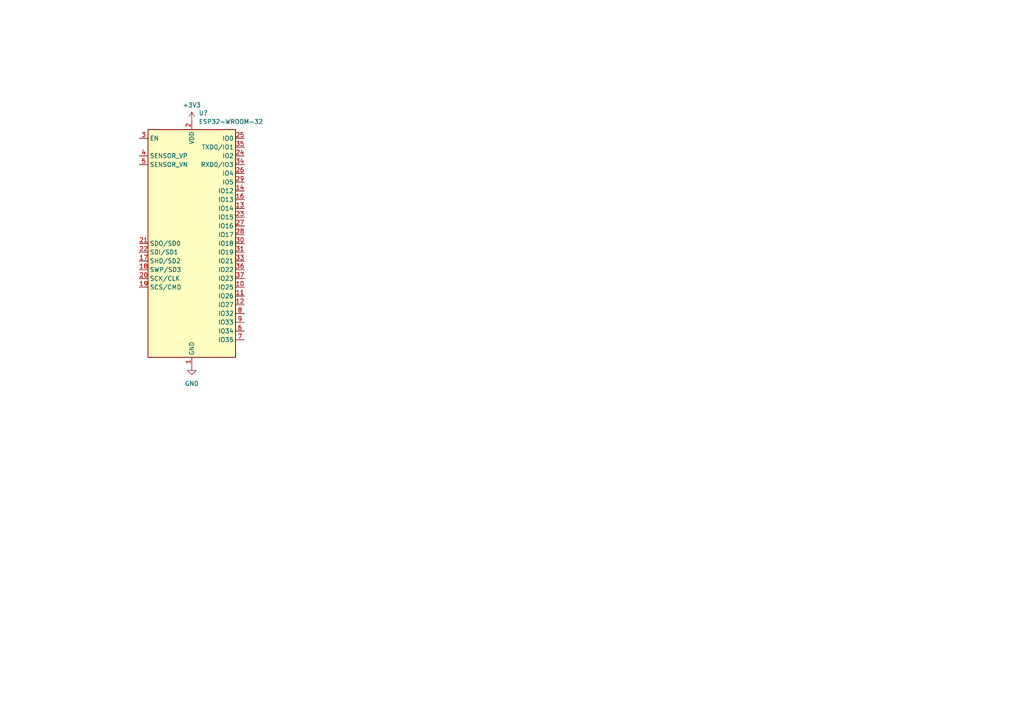
<source format=kicad_sch>
(kicad_sch (version 20211123) (generator eeschema)
  (paper "A4")
  (lib_symbols
    (symbol "RF_Module:ESP32-WROOM-32"
      (property "Reference" "U" (at -12.7 34.29 0))
      (property "Value" "ESP32-WROOM-32" (at 1.27 34.29 0))
      (symbol "ESP32-WROOM-32_0_1"
        (rectangle (start -12.7 33.02) (end 12.7 -33.02) (stroke (width 0.254)) (fill (type background)))
      )
      (symbol "ESP32-WROOM-32_1_1"
        (pin power_in line (at 0 -35.56 90) (length 2.54) (name "GND") (number "1"))
        (pin bidirectional line (at 15.24 -12.7 180) (length 2.54) (name "IO25") (number "10"))
        (pin bidirectional line (at 15.24 -15.24 180) (length 2.54) (name "IO26") (number "11"))
        (pin bidirectional line (at 15.24 -17.78 180) (length 2.54) (name "IO27") (number "12"))
        (pin bidirectional line (at 15.24 10.16 180) (length 2.54) (name "IO14") (number "13"))
        (pin bidirectional line (at 15.24 15.24 180) (length 2.54) (name "IO12") (number "14"))
        (pin passive line (at 0 -35.56 90) (length 2.54) hide (name "GND") (number "15"))
        (pin bidirectional line (at 15.24 12.7 180) (length 2.54) (name "IO13") (number "16"))
        (pin bidirectional line (at -15.24 -5.08 0) (length 2.54) (name "SHD/SD2") (number "17"))
        (pin bidirectional line (at -15.24 -7.62 0) (length 2.54) (name "SWP/SD3") (number "18"))
        (pin bidirectional line (at -15.24 -12.7 0) (length 2.54) (name "SCS/CMD") (number "19"))
        (pin power_in line (at 0 35.56 270) (length 2.54) (name "VDD") (number "2"))
        (pin bidirectional line (at -15.24 -10.16 0) (length 2.54) (name "SCK/CLK") (number "20"))
        (pin bidirectional line (at -15.24 0 0) (length 2.54) (name "SDO/SD0") (number "21"))
        (pin bidirectional line (at -15.24 -2.54 0) (length 2.54) (name "SDI/SD1") (number "22"))
        (pin bidirectional line (at 15.24 7.62 180) (length 2.54) (name "IO15") (number "23"))
        (pin bidirectional line (at 15.24 25.4 180) (length 2.54) (name "IO2") (number "24"))
        (pin bidirectional line (at 15.24 30.48 180) (length 2.54) (name "IO0") (number "25"))
        (pin bidirectional line (at 15.24 20.32 180) (length 2.54) (name "IO4") (number "26"))
        (pin bidirectional line (at 15.24 5.08 180) (length 2.54) (name "IO16") (number "27"))
        (pin bidirectional line (at 15.24 2.54 180) (length 2.54) (name "IO17") (number "28"))
        (pin bidirectional line (at 15.24 17.78 180) (length 2.54) (name "IO5") (number "29"))
        (pin input line (at -15.24 30.48 0) (length 2.54) (name "EN") (number "3"))
        (pin bidirectional line (at 15.24 0 180) (length 2.54) (name "IO18") (number "30"))
        (pin bidirectional line (at 15.24 -2.54 180) (length 2.54) (name "IO19") (number "31"))
        (pin no_connect line (at -12.7 -27.94 0) (length 2.54) hide (name "NC") (number "32"))
        (pin bidirectional line (at 15.24 -5.08 180) (length 2.54) (name "IO21") (number "33"))
        (pin bidirectional line (at 15.24 22.86 180) (length 2.54) (name "RXD0/IO3") (number "34"))
        (pin bidirectional line (at 15.24 27.94 180) (length 2.54) (name "TXD0/IO1") (number "35"))
        (pin bidirectional line (at 15.24 -7.62 180) (length 2.54) (name "IO22") (number "36"))
        (pin bidirectional line (at 15.24 -10.16 180) (length 2.54) (name "IO23") (number "37"))
        (pin passive line (at 0 -35.56 90) (length 2.54) hide (name "GND") (number "38"))
        (pin passive line (at 0 -35.56 90) (length 2.54) hide (name "GND") (number "39"))
        (pin input line (at -15.24 25.4 0) (length 2.54) (name "SENSOR_VP") (number "4"))
        (pin input line (at -15.24 22.86 0) (length 2.54) (name "SENSOR_VN") (number "5"))
        (pin input line (at 15.24 -25.4 180) (length 2.54) (name "IO34") (number "6"))
        (pin input line (at 15.24 -27.94 180) (length 2.54) (name "IO35") (number "7"))
        (pin bidirectional line (at 15.24 -20.32 180) (length 2.54) (name "IO32") (number "8"))
        (pin bidirectional line (at 15.24 -22.86 180) (length 2.54) (name "IO33") (number "9"))
      )
    )
    (symbol "power:+3V3" (power) (pin_names (offset 0))
      (property "Value" "+3V3" (at 0 3.556 0))
      (symbol "+3V3_0_1"
        (polyline (pts (xy -0.762 1.27) (xy 0 2.54)))
        (polyline (pts (xy 0 0) (xy 0 2.54)))
        (polyline (pts (xy 0 2.54) (xy 0.762 1.27)))
      )
      (symbol "+3V3_1_1"
        (pin power_in line (at 0 0 90) (length 0) hide (name "+3V3") (number "1"))
      )
    )
    (symbol "power:GND" (power) (pin_names (offset 0))
      (property "Value" "GND" (at 0 -3.81 0))
      (symbol "GND_0_1"
        (polyline (pts (xy 0 0) (xy 0 -1.27) (xy 1.27 -1.27) (xy 0 -2.54) (xy -1.27 -1.27) (xy 0 -1.27)))
      )
      (symbol "GND_1_1"
        (pin power_in line (at 0 0 270) (length 0) hide (name "GND") (number "1"))
      )
    )
  )
  (symbol (lib_id "power:+3V3") (at 55.626 35.052 0) (unit 1)
    (property "Reference" "#PWR?" (effects hide))
    (property "Value" "+3V3" (at 55.626 30.48 0))
  )
  (symbol (lib_id "RF_Module:ESP32-WROOM-32") (at 55.626 70.612 0) (unit 1)
    (property "Reference" "U?" (at 57.6454 32.766 0) (effects (justify left)))
    (property "Value" "ESP32-WROOM-32" (at 57.6454 35.306 0) (effects (justify left)))
    (property "Footprint" "RF_Module:ESP32-WROOM-32" (effects hide))
    (property "Datasheet" "https://www.espressif.com/sites/default/files/documentation/esp32-wroom-32_datasheet_en.pdf" (effects hide))
  )
  (symbol (lib_id "power:GND") (at 55.626 106.172 0) (unit 1)
    (property "Reference" "#PWR?" (effects hide))
    (property "Value" "GND" (at 55.626 111.252 0))
  )
)
</source>
